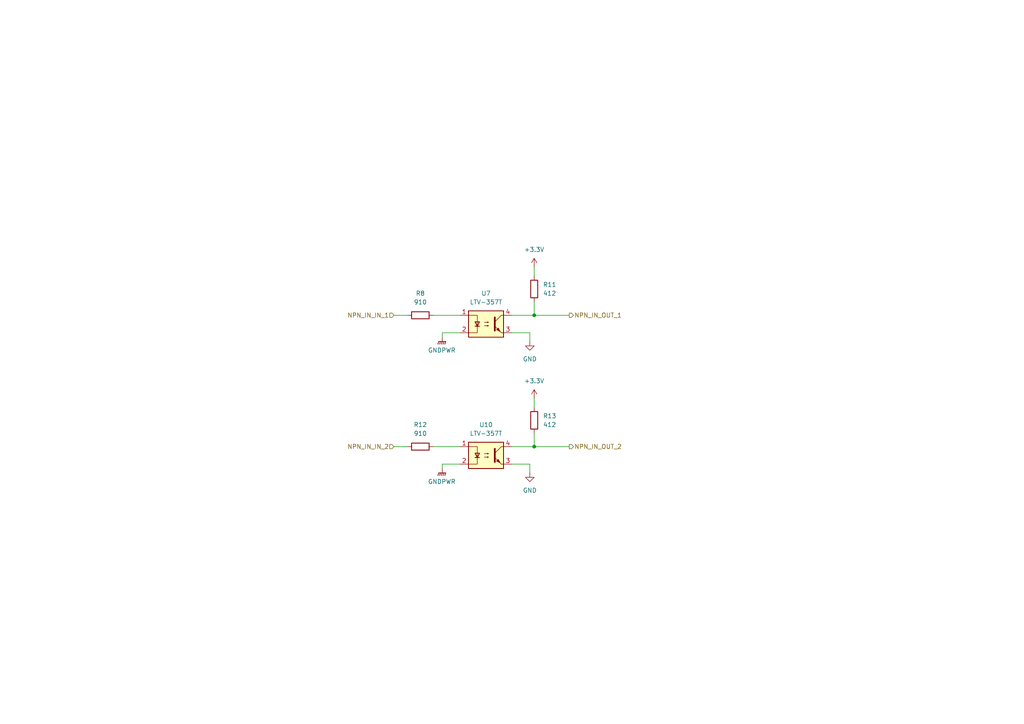
<source format=kicad_sch>
(kicad_sch (version 20250114) (generator "eeschema") (generator_version "9.0")
  (paper "A4")
  (lib_symbols
    (symbol "Device:R" (pin_numbers (hide yes)) (pin_names (offset 0))
      (property "Reference" "R" (at 2.032 0 90))
      (property "Value" "R" (at 0 0 90))
      (symbol "R_0_1"
        (rectangle (start -1.016 -2.54) (end 1.016 2.54) (stroke (width 0.254)))
      )
      (symbol "R_1_1"
        (pin passive line (at 0 3.81 270) (length 1.27) (name "~") (number "1"))
        (pin passive line (at 0 -3.81 90) (length 1.27) (name "~") (number "2"))
      )
    )
    (symbol "Isolator:LTV-357T" (pin_names (offset 1.016))
      (property "Reference" "U" (at -5.334 4.826 0))
      (property "Value" "LTV-357T" (at 0 5.08 0))
      (symbol "LTV-357T_0_1"
        (rectangle (start -5.08 3.81) (end 5.08 -3.81) (stroke (width 0.254)) (fill (type background)))
        (polyline (pts (xy -5.08 2.54) (xy -2.54 2.54) (xy -2.54 -0.762)))
        (polyline (pts (xy -3.175 -0.635) (xy -1.905 -0.635)) (stroke (width 0.254)))
        (polyline (pts (xy -2.54 -0.635) (xy -2.54 -2.54) (xy -5.08 -2.54)))
        (polyline (pts (xy -2.54 -0.635) (xy -3.175 0.635) (xy -1.905 0.635) (xy -2.54 -0.635)) (stroke (width 0.254)))
        (polyline (pts (xy -0.508 0.508) (xy 0.762 0.508) (xy 0.381 0.381) (xy 0.381 0.635) (xy 0.762 0.508)))
        (polyline (pts (xy -0.508 -0.508) (xy 0.762 -0.508) (xy 0.381 -0.635) (xy 0.381 -0.381) (xy 0.762 -0.508)))
        (polyline (pts (xy 2.54 1.905) (xy 2.54 -1.905)) (stroke (width 0.508)))
        (polyline (pts (xy 2.54 0.635) (xy 4.445 2.54)))
        (polyline (pts (xy 3.048 -1.651) (xy 3.556 -1.143) (xy 4.064 -2.159) (xy 3.048 -1.651)) (fill (type outline)))
        (polyline (pts (xy 4.445 2.54) (xy 5.08 2.54)))
        (polyline (pts (xy 4.445 -2.54) (xy 2.54 -0.635)) (fill (type outline)))
        (polyline (pts (xy 4.445 -2.54) (xy 5.08 -2.54)))
      )
      (symbol "LTV-357T_1_1"
        (pin passive line (at -7.62 2.54 0) (length 2.54) (name "~") (number "1"))
        (pin passive line (at -7.62 -2.54 0) (length 2.54) (name "~") (number "2"))
        (pin passive line (at 7.62 2.54 180) (length 2.54) (name "~") (number "4"))
        (pin passive line (at 7.62 -2.54 180) (length 2.54) (name "~") (number "3"))
      )
    )
    (symbol "power:+3.3V" (power) (pin_numbers (hide yes)) (pin_names (offset 0) (hide yes))
      (property "Value" "+3.3V" (at 0 3.556 0))
      (symbol "+3.3V_0_1"
        (polyline (pts (xy -0.762 1.27) (xy 0 2.54)))
        (polyline (pts (xy 0 2.54) (xy 0.762 1.27)))
        (polyline (pts (xy 0 0) (xy 0 2.54)))
      )
      (symbol "+3.3V_1_1"
        (pin power_in line (at 0 0 90) (length 0) (name "~") (number "1"))
      )
    )
    (symbol "power:GND" (power) (pin_numbers (hide yes)) (pin_names (offset 0) (hide yes))
      (property "Value" "GND" (at 0 -3.81 0))
      (symbol "GND_0_1"
        (polyline (pts (xy 0 0) (xy 0 -1.27) (xy 1.27 -1.27) (xy 0 -2.54) (xy -1.27 -1.27) (xy 0 -1.27)))
      )
      (symbol "GND_1_1"
        (pin power_in line (at 0 0 270) (length 0) (name "~") (number "1"))
      )
    )
    (symbol "power:GNDPWR" (power) (pin_numbers (hide yes)) (pin_names (offset 0) (hide yes))
      (property "Value" "GNDPWR" (at 0 -3.302 0))
      (symbol "GNDPWR_0_1"
        (polyline (pts (xy -1.016 -1.27) (xy -1.27 -2.032) (xy -1.27 -2.032)) (stroke (width 0.2032)))
        (polyline (pts (xy -0.508 -1.27) (xy -0.762 -2.032) (xy -0.762 -2.032)) (stroke (width 0.2032)))
        (polyline (pts (xy 0 -1.27) (xy 0 0)))
        (polyline (pts (xy 0 -1.27) (xy -0.254 -2.032) (xy -0.254 -2.032)) (stroke (width 0.2032)))
        (polyline (pts (xy 0.508 -1.27) (xy 0.254 -2.032) (xy 0.254 -2.032)) (stroke (width 0.2032)))
        (polyline (pts (xy 1.016 -1.27) (xy -1.016 -1.27) (xy -1.016 -1.27)) (stroke (width 0.2032)))
        (polyline (pts (xy 1.016 -1.27) (xy 0.762 -2.032) (xy 0.762 -2.032) (xy 0.762 -2.032)) (stroke (width 0.2032)))
      )
      (symbol "GNDPWR_1_1"
        (pin power_in line (at 0 0 270) (length 0) (name "~") (number "1"))
      )
    )
  )
  (junction (at 154.94 129.54))
  (junction (at 154.94 91.44))
  (wire (pts (xy 128.27 134.62) (xy 133.35 134.62)))
  (wire (pts (xy 153.67 96.52) (xy 153.67 99.06)))
  (wire (pts (xy 148.59 96.52) (xy 153.67 96.52)))
  (wire (pts (xy 154.94 77.47) (xy 154.94 80.01)))
  (wire (pts (xy 154.94 129.54) (xy 154.94 125.73)))
  (wire (pts (xy 148.59 129.54) (xy 154.94 129.54)))
  (wire (pts (xy 114.3 91.44) (xy 118.11 91.44)))
  (wire (pts (xy 128.27 135.89) (xy 128.27 134.62)))
  (wire (pts (xy 125.73 91.44) (xy 133.35 91.44)))
  (wire (pts (xy 128.27 97.79) (xy 128.27 96.52)))
  (wire (pts (xy 154.94 115.57) (xy 154.94 118.11)))
  (wire (pts (xy 114.3 129.54) (xy 118.11 129.54)))
  (wire (pts (xy 154.94 91.44) (xy 165.1 91.44)))
  (wire (pts (xy 128.27 96.52) (xy 133.35 96.52)))
  (wire (pts (xy 148.59 91.44) (xy 154.94 91.44)))
  (wire (pts (xy 125.73 129.54) (xy 133.35 129.54)))
  (wire (pts (xy 154.94 91.44) (xy 154.94 87.63)))
  (wire (pts (xy 148.59 134.62) (xy 153.67 134.62)))
  (wire (pts (xy 154.94 129.54) (xy 165.1 129.54)))
  (wire (pts (xy 153.67 134.62) (xy 153.67 137.16)))
  (hierarchical_label "NPN_IN_IN_1" (shape input) (at 114.3 91.44 180))
  (hierarchical_label "NPN_IN_IN_2" (shape input) (at 114.3 129.54 180))
  (hierarchical_label "NPN_IN_OUT_2" (shape output) (at 165.1 129.54 0))
  (hierarchical_label "NPN_IN_OUT_1" (shape output) (at 165.1 91.44 0))
  (symbol (lib_id "Isolator:LTV-357T") (at 140.97 132.08 0) (unit 1)
    (property "Reference" "U10" (at 140.97 123.19 0))
    (property "Value" "LTV-357T" (at 140.97 125.73 0))
    (property "Footprint" "Package_SO:SO-4_4.4x3.6mm_P2.54mm" (effects (hide yes)))
    (property "Datasheet" "https://www.buerklin.com/medias/sys_master/download/download/h91/ha0/8892020588574.pdf" (effects (hide yes)))
    (property "Description" "DC Optocoupler, Vce 35V, CTR 50%, SO-4" (effects (hide yes)))
  )
  (symbol (lib_id "Device:R") (at 121.92 129.54 270) (unit 1)
    (property "Reference" "R12" (at 121.92 123.19 90))
    (property "Value" "910" (at 121.92 125.73 90))
    (property "Footprint" "Resistor_SMD:R_0201_0603Metric" (effects (hide yes)))
    (property "Description" "Resistor" (effects (hide yes)))
  )
  (symbol (lib_id "Device:R") (at 154.94 121.92 0) (unit 1)
    (property "Reference" "R13" (at 157.48 120.6499 0) (effects (justify left)))
    (property "Value" "412" (at 157.48 123.1899 0) (effects (justify left)))
    (property "Footprint" "Resistor_SMD:R_0201_0603Metric" (effects (hide yes)))
    (property "Description" "Resistor" (effects (hide yes)))
  )
  (symbol (lib_id "power:+3.3V") (at 154.94 115.57 0) (unit 1)
    (property "Reference" "#PWR061" (effects (hide yes)))
    (property "Value" "+3.3V" (at 154.94 110.49 0))
    (property "Description" "Power symbol creates a global label with name \"+3.3V\"" (effects (hide yes)))
  )
  (symbol (lib_id "Device:R") (at 121.92 91.44 90) (unit 1)
    (property "Reference" "R8" (at 121.92 85.09 90))
    (property "Value" "910" (at 121.92 87.63 90))
    (property "Footprint" "Resistor_SMD:R_0201_0603Metric" (effects (hide yes)))
    (property "Description" "Resistor" (effects (hide yes)))
  )
  (symbol (lib_id "Device:R") (at 154.94 83.82 0) (unit 1)
    (property "Reference" "R11" (at 157.48 82.5499 0) (effects (justify left)))
    (property "Value" "412" (at 157.48 85.0899 0) (effects (justify left)))
    (property "Footprint" "Resistor_SMD:R_0201_0603Metric" (effects (hide yes)))
    (property "Description" "Resistor" (effects (hide yes)))
  )
  (symbol (lib_id "power:+3.3V") (at 154.94 77.47 0) (unit 1)
    (property "Reference" "#PWR058" (effects (hide yes)))
    (property "Value" "+3.3V" (at 154.94 72.39 0))
    (property "Description" "Power symbol creates a global label with name \"+3.3V\"" (effects (hide yes)))
  )
  (symbol (lib_id "power:GND") (at 153.67 99.06 0) (unit 1)
    (property "Reference" "#PWR032" (effects (hide yes)))
    (property "Value" "GND" (at 153.67 104.14 0))
    (property "Description" "Power symbol creates a global label with name \"GND\" , ground" (effects (hide yes)))
  )
  (symbol (lib_id "power:GNDPWR") (at 128.27 97.79 0) (unit 1)
    (property "Reference" "#PWR028" (effects (hide yes)))
    (property "Value" "GNDPWR" (at 128.143 101.6 0))
    (property "Description" "Power symbol creates a global label with name \"GNDPWR\" , global ground" (effects (hide yes)))
  )
  (symbol (lib_id "power:GNDPWR") (at 128.27 135.89 0) (unit 1)
    (property "Reference" "#PWR059" (effects (hide yes)))
    (property "Value" "GNDPWR" (at 128.143 139.7 0))
    (property "Description" "Power symbol creates a global label with name \"GNDPWR\" , global ground" (effects (hide yes)))
  )
  (symbol (lib_id "power:GND") (at 153.67 137.16 0) (unit 1)
    (property "Reference" "#PWR060" (effects (hide yes)))
    (property "Value" "GND" (at 153.67 142.24 0))
    (property "Description" "Power symbol creates a global label with name \"GND\" , ground" (effects (hide yes)))
  )
  (symbol (lib_id "Isolator:LTV-357T") (at 140.97 93.98 0) (unit 1)
    (property "Reference" "U7" (at 140.97 85.09 0))
    (property "Value" "LTV-357T" (at 140.97 87.63 0))
    (property "Footprint" "Package_SO:SO-4_4.4x3.6mm_P2.54mm" (effects (hide yes)))
    (property "Datasheet" "https://www.buerklin.com/medias/sys_master/download/download/h91/ha0/8892020588574.pdf" (effects (hide yes)))
    (property "Description" "DC Optocoupler, Vce 35V, CTR 50%, SO-4" (effects (hide yes)))
  )
)
</source>
